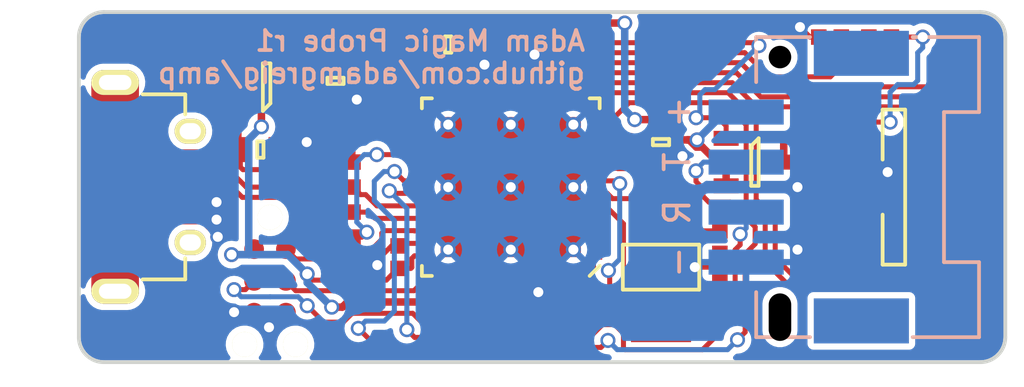
<source format=kicad_pcb>
(kicad_pcb (version 20221018) (generator pcbnew)
  (layers (0 "F.Cu" signal) (31 "B.Cu" signal) (34 "B.Paste" user) (35 "F.Paste" user) (36 "B.SilkS" user "B.Silkscreen") (37 "F.SilkS" user "F.Silkscreen") (38 "B.Mask" user) (39 "F.Mask" user) (44 "Edge.Cuts" user))
  (net 0 "")
  (net 1 "VDD")
  (net 2 "GND")
  (net 3 "Net-(C7-Pad2)")
  (net 4 "Net-(C8-Pad2)")
  (net 5 "Net-(C9-Pad2)")
  (net 6 "5v")
  (net 7 "/NRST")
  (net 8 "/RST")
  (net 9 "/TDI")
  (net 10 "/TMS")
  (net 11 "/TCK")
  (net 12 "/TDO")
  (net 13 "Net-(IC1-Pad19)")
  (net 14 "/VBUS")
  (net 15 "Net-(IC1-Pad29)")
  (net 16 "/TXD")
  (net 17 "/RXD")
  (net 18 "/SWDIO")
  (net 19 "/SWCLK")
  (net 20 "/USB_D-")
  (net 21 "/USB_D+")
  (net 22 "/TPWR")
  (net 23 "/STM32_D-")
  (net 24 "/STM32_D+")
  (footprint "agg:0603" (layer "F.Cu") (at 114.75 94.3 180)
    (fp_text reference "C1")
    (fp_text value "4µ7")
  )
  (footprint "agg:0603" (layer "F.Cu") (at 123.25 98.2 90)
    (fp_text reference "C2")
    (fp_text value "1µ")
  )
  (footprint "agg:0402" (layer "F.Cu") (at 114.75 95.5 180)
    (fp_text reference "C3")
    (fp_text value "100n")
  )
  (footprint "agg:0402" (layer "F.Cu") (at 119.75 104.5)
    (fp_text reference "C4")
    (fp_text value "100n")
  )
  (footprint "agg:0402" (layer "F.Cu") (at 112.75 102.8 -90)
    (fp_text reference "C5")
    (fp_text value "100n")
  )
  (footprint "agg:0402" (layer "F.Cu") (at 121.8 98.6 90)
    (fp_text reference "C6")
    (fp_text value "10n")
  )
  (footprint "agg:0402" (layer "F.Cu") (at 125.6 104.2 -90)
    (fp_text reference "C7")
    (fp_text value "15p")
  )
  (footprint "agg:0402" (layer "F.Cu") (at 117.5 95.1 -90)
    (fp_text reference "C8")
    (fp_text value "100n")
  )
  (footprint "agg:0402" (layer "F.Cu") (at 125.6 102.2 90)
    (fp_text reference "C9")
    (fp_text value "15p")
  )
  (footprint "agg:0603" (layer "F.Cu") (at 107.25 98.5 180)
    (fp_text reference "C10")
    (fp_text value "1µ")
  )
  (footprint "agg:0603" (layer "F.Cu") (at 110.25 95.75 90)
    (fp_text reference "C11")
    (fp_text value "1µ")
  )
  (footprint "agg:QFN-48-EP-ST" (layer "F.Cu") (at 117.25 100 180)
    (fp_text reference "IC1")
    (fp_text value "STM32F103CBU6")
  )
  (footprint "agg:SOT-23" (layer "F.Cu") (at 107.5 96 180)
    (fp_text reference "IC2")
    (fp_text value "MCP1700")
  )
  (footprint "agg:MICROUSB_MOLEX_47589-0001" (layer "F.Cu") (at 101.45 99.99 -90)
    (fp_text reference "J2")
    (fp_text value "MICROUSB")
  )
  (footprint "agg:TC2030-NL" (layer "F.Cu") (at 107.64 103.75 -90)
    (fp_text reference "P1")
    (fp_text value "SWD_TC")
  )
  (footprint "agg:SOT-23" (layer "F.Cu") (at 127 99)
    (fp_text reference "Q1")
    (fp_text value "FDV304P")
  )
  (footprint "agg:0402" (layer "F.Cu") (at 110.5 99 180)
    (fp_text reference "R1")
    (fp_text value "4k7")
  )
  (footprint "agg:0402" (layer "F.Cu") (at 110.5 98)
    (fp_text reference "R2")
    (fp_text value "10k")
  )
  (footprint "agg:0402" (layer "F.Cu") (at 110.5 102 180)
    (fp_text reference "R3")
    (fp_text value "1k5")
  )
  (footprint "agg:0402" (layer "F.Cu") (at 110.5 100 180)
    (fp_text reference "R4")
    (fp_text value "22")
  )
  (footprint "agg:0402" (layer "F.Cu") (at 110.5 101 180)
    (fp_text reference "R5")
    (fp_text value "22")
  )
  (footprint "agg:0402" (layer "F.Cu") (at 132 94)
    (fp_text reference "R6")
    (fp_text value "4k7")
  )
  (footprint "agg:0402" (layer "F.Cu") (at 130 94)
    (fp_text reference "R7")
    (fp_text value "10k")
  )
  (footprint "agg:XTAL-50x32" (layer "F.Cu") (at 123.25 103.2 90)
    (fp_text reference "Y1")
    (fp_text value "8MHz")
  )
  (footprint "agg:FTSH-105-01-L-DV-K" (layer "F.Cu") (at 132.5 100 -90)
    (fp_text reference "P2")
    (fp_text value "SWD")
  )
  (footprint "agg:SM04B-PASS" (layer "B.Cu") (at 128 100 90)
    (fp_text reference "J1")
    (fp_text value "SERIAL")
  )
  (gr_line (start 100 106) (end 100 94) (stroke (width 0.15)) (layer "Edge.Cuts"))
  (gr_line (start 101 93) (end 136 93) (stroke (width 0.15)) (layer "Edge.Cuts"))
  (gr_arc (start 101 107) (mid 100.292893 106.707107) (end 100 106) (stroke (width 0.15)) (layer "Edge.Cuts"))
  (gr_arc (start 100 94) (mid 100.292893 93.292893) (end 101 93) (stroke (width 0.15)) (layer "Edge.Cuts"))
  (gr_arc (start 137 106) (mid 136.707107 106.707107) (end 136 107) (stroke (width 0.15)) (layer "Edge.Cuts"))
  (gr_line (start 136 107) (end 101 107) (stroke (width 0.15)) (layer "Edge.Cuts"))
  (gr_arc (start 136 93) (mid 136.707107 93.292893) (end 137 94) (stroke (width 0.15)) (layer "Edge.Cuts"))
  (gr_line (start 137 94) (end 137 106) (stroke (width 0.15)) (layer "Edge.Cuts"))
  (gr_text "AMP r1 2016-01-01" (at 101 93.8) (layer "F.Cu") (effects (font (size 0.7 0.7)) (justify left)))
  (gr_text "T" (at 123.9 99 90) (layer "B.SilkS") (effects (font (size 1 1)) (justify mirror)))
  (gr_text "R" (at 123.9 101 90) (layer "B.SilkS") (effects (font (size 1 1)) (justify mirror)))
  (gr_text "-" (at 123.9 103 90) (layer "B.SilkS") (effects (font (size 1 1)) (justify mirror)))
  (gr_text "+" (at 123.9 97 90) (layer "B.SilkS") (effects (font (size 1 1)) (justify mirror)))
  (gr_text "Adam Magic Probe r1\ngithub.com/adamgreig/amp" (at 120.3 94.8) (layer "B.SilkS") (effects (font (size 0.8 0.8)) (justify left mirror)))
  (segment (start 113.4 102.75) (end 113.3 102.85) (width 0.2) (layer "F.Cu") (net 1))
  (segment (start 124.373778 98.111776) (end 124.3 98.111776) (width 0.3) (layer "F.Cu") (net 1))
  (segment (start 109.364414 103.718273) (end 109.119645 103.473504) (width 0.2) (layer "F.Cu") (net 1))
  (segment (start 120.549992 103.175008) (end 120.549992 102.825008) (width 0.2) (layer "F.Cu") (net 1))
  (segment (start 113.3 103.21) (end 113.26 103.25) (width 0.2) (layer "F.Cu") (net 1))
  (segment (start 120.049999 105.160001) (end 116.5 105.160001) (width 0.3) (layer "F.Cu") (net 1))
  (segment (start 120 104.3) (end 120.2 104.5) (width 0.2) (layer "F.Cu") (net 1))
  (segment (start 114.5 95.7) (end 114.3 95.5) (width 0.2) (layer "F.Cu") (net 1))
  (segment (start 114.3 95.5) (end 114.3 94.65) (width 0.3) (layer "F.Cu") (net 1))
  (segment (start 113.875 102.75) (end 113.4 102.75) (width 0.2) (layer "F.Cu") (net 1))
  (segment (start 124.9 98.4) (end 124.688224 98.188224) (width 0.3) (layer "F.Cu") (net 1))
  (segment (start 124.688224 98.111776) (end 124.3 98.111776) (width 0.3) (layer "F.Cu") (net 1))
  (segment (start 124.3 98.111776) (end 123.961776 98.111776) (width 0.3) (layer "F.Cu") (net 1))
  (segment (start 116.5 105.160001) (end 114.084413 105.160001) (width 0.3) (layer "F.Cu") (net 1))
  (segment (start 108.65 95.05) (end 110.15 95.05) (width 0.3) (layer "F.Cu") (net 1))
  (segment (start 116.5 103.375) (end 116.5 105.160001) (width 0.25) (layer "F.Cu") (net 1))
  (segment (start 113.95 94.3) (end 113.95 94.275) (width 0.3) (layer "F.Cu") (net 1))
  (segment (start 121.1 98.75) (end 120.625 98.75) (width 0.2) (layer "F.Cu") (net 1))
  (segment (start 120.2 105.01) (end 120.049999 105.160001) (width 0.3) (layer "F.Cu") (net 1))
  (segment (start 121.200001 98.239999) (end 121.200001 98.649999) (width 0.2) (layer "F.Cu") (net 1))
  (segment (start 110.15 95.05) (end 110.25 94.95) (width 0.2) (layer "F.Cu") (net 1))
  (segment (start 114.5 96.625) (end 114.5 95.7) (width 0.2) (layer "F.Cu") (net 1))
  (segment (start 114.3 94.65) (end 113.95 94.3) (width 0.3) (layer "F.Cu") (net 1))
  (segment (start 112.75 103.25) (end 112.281727 103.718273) (width 0.2) (layer "F.Cu") (net 1))
  (segment (start 113.3 94.95) (end 113.95 94.3) (width 0.3) (layer "F.Cu") (net 1))
  (segment (start 110.524264 104.8) (end 110.1 104.8) (width 0.3) (layer "F.Cu") (net 1))
  (segment (start 121.29 98.15) (end 121.200001 98.239999) (width 0.2) (layer "F.Cu") (net 1))
  (segment (start 125.85 99.35) (end 124.9 98.4) (width 0.3) (layer "F.Cu") (net 1))
  (segment (start 120 103.375) (end 120 104.3) (width 0.2) (layer "F.Cu") (net 1))
  (segment (start 121.6 98.25) (end 121.75 98.25) (width 0.2) (layer "F.Cu") (net 1))
  (segment (start 120.549992 102.825008) (end 120.625 102.75) (width 0.2) (layer "F.Cu") (net 1))
  (segment (start 121.200001 98.649999) (end 121.1 98.75) (width 0.2) (layer "F.Cu") (net 1))
  (segment (start 106.78 102.7) (end 107 102.48) (width 0.2) (layer "F.Cu") (net 1))
  (segment (start 124.662002 98.4) (end 124.373778 98.111776) (width 0.3) (layer "F.Cu") (net 1))
  (segment (start 120.2 104.5) (end 120.2 105.01) (width 0.3) (layer "F.Cu") (net 1))
  (segment (start 113.3 102.85) (end 113.3 103.21) (width 0.2) (layer "F.Cu") (net 1))
  (segment (start 113.95 94.275) (end 114.785011 93.439989) (width 0.3) (layer "F.Cu") (net 1))
  (segment (start 107.291735 96.208265) (end 107.291735 97.587978) (width 0.3) (layer "F.Cu") (net 1))
  (segment (start 114.084413 105.160001) (end 113.51792 104.593508) (width 0.3) (layer "F.Cu") (net 1))
  (segment (start 120.35 103.375) (end 120.549992 103.175008) (width 0.2) (layer "F.Cu") (net 1))
  (segment (start 112.281727 103.718273) (end 109.364414 103.718273) (width 0.2) (layer "F.Cu") (net 1))
  (segment (start 113.51792 104.593508) (end 110.730756 104.593508) (width 0.3) (layer "F.Cu") (net 1))
  (segment (start 110.730756 104.593508) (end 110.524264 104.8) (width 0.3) (layer "F.Cu") (net 1))
  (segment (start 123.961776 98.111776) (end 123.25 97.4) (width 0.3) (layer "F.Cu") (net 1))
  (segment (start 114.785011 93.439989) (end 121.8 93.439989) (width 0.3) (layer "F.Cu") (net 1))
  (segment (start 108.65 95.05) (end 108.45 95.05) (width 0.3) (layer "F.Cu") (net 1))
  (segment (start 123.15 97.3) (end 123.25 97.4) (width 0.3) (layer "F.Cu") (net 1))
  (segment (start 110.25 94.95) (end 113.3 94.95) (width 0.3) (layer "F.Cu") (net 1))
  (segment (start 106.1 102.7) (end 106.78 102.7) (width 0.2) (layer "F.Cu") (net 1))
  (segment (start 124.9 98.4) (end 124.662002 98.4) (width 0.3) (layer "F.Cu") (net 1))
  (segment (start 113.26 103.25) (end 112.75 103.25) (width 0.2) (layer "F.Cu") (net 1))
  (segment (start 124.688224 98.188224) (end 124.688224 98.111776) (width 0.3) (layer "F.Cu") (net 1))
  (segment (start 108.45 95.05) (end 107.291735 96.208265) (width 0.3) (layer "F.Cu") (net 1))
  (segment (start 122.4 98.25) (end 123.25 97.4) (width 0.2) (layer "F.Cu") (net 1))
  (segment (start 120.2 105.01) (end 120.099999 105.110001) (width 0.3) (layer "F.Cu") (net 1))
  (segment (start 125.85 99.95) (end 125.85 99.35) (width 0.3) (layer "F.Cu") (net 1))
  (segment (start 120 103.375) (end 120.35 103.375) (width 0.2) (layer "F.Cu") (net 1))
  (segment (start 122.2 97.3) (end 123.15 97.3) (width 0.3) (layer "F.Cu") (net 1))
  (segment (start 121.75 98.25) (end 122.4 98.25) (width 0.2) (layer "F.Cu") (net 1))
  (segment (start 121.8 98.15) (end 121.29 98.15) (width 0.2) (layer "F.Cu") (net 1))
  (via (at 124.688224 98.111776) (size 0.6) (drill 0.4) (layers "F.Cu" "B.Cu") (net 1))
  (via (at 109.119645 103.473504) (size 0.6) (drill 0.4) (layers "F.Cu" "B.Cu") (net 1))
  (via (at 106.1 102.7) (size 0.6) (drill 0.4) (layers "F.Cu" "B.Cu") (net 1))
  (via (at 107.291735 97.587978) (size 0.6) (drill 0.4) (layers "F.Cu" "B.Cu") (net 1))
  (via (at 121.8 93.439989) (size 0.6) (drill 0.4) (layers "F.Cu" "B.Cu") (net 1))
  (via (at 122.2 97.3) (size 0.6) (drill 0.4) (layers "F.Cu" "B.Cu") (net 1))
  (via (at 110.1 104.8) (size 0.6) (drill 0.4) (layers "F.Cu" "B.Cu") (net 1))
  (segment (start 121.8 96.9) (end 122.2 97.3) (width 0.3) (layer "B.Cu") (net 1))
  (segment (start 106.784999 102.684999) (end 106.8 102.7) (width 0.3) (layer "B.Cu") (net 1))
  (segment (start 109.119645 103.819645) (end 110.1 104.8) (width 0.3) (layer "B.Cu") (net 1))
  (segment (start 109.119645 103.473504) (end 109.119645 103.819645) (width 0.3) (layer "B.Cu") (net 1))
  (segment (start 106.784999 98.094714) (end 106.784999 102.684999) (width 0.3) (layer "B.Cu") (net 1))
  (segment (start 108.346141 102.7) (end 106.8 102.7) (width 0.3) (layer "B.Cu") (net 1))
  (segment (start 125.8 97) (end 124.688224 98.111776) (width 0.3) (layer "B.Cu") (net 1))
  (segment (start 106.8 102.7) (end 106.1 102.7) (width 0.3) (layer "B.Cu") (net 1))
  (segment (start 109.119645 103.473504) (end 108.346141 102.7) (width 0.3) (layer "B.Cu") (net 1))
  (segment (start 121.8 93.439989) (end 121.8 96.9) (width 0.3) (layer "B.Cu") (net 1))
  (segment (start 107.291735 97.587978) (end 106.784999 98.094714) (width 0.3) (layer "B.Cu") (net 1))
  (segment (start 126.65 97) (end 125.8 97) (width 0.3) (layer "B.Cu") (net 1))
  (segment (start 108.65 96.95) (end 109.85 96.95) (width 0.3) (layer "F.Cu") (net 2))
  (segment (start 104.81 101.29) (end 105.1 101) (width 0.2) (layer "F.Cu") (net 2))
  (segment (start 115.2 94.65) (end 115.55 94.3) (width 0.3) (layer "F.Cu") (net 2))
  (segment (start 130.465 98.73) (end 132.06 98.73) (width 0.2) (layer "F.Cu") (net 2))
  (segment (start 108.65 96.95) (end 108.65 97.9) (width 0.3) (layer "F.Cu") (net 2))
  (segment (start 104.125 101.29) (end 104.850444 101.29) (width 0.2) (layer "F.Cu") (net 2))
  (segment (start 132.3 98.97) (end 132.3 99.4) (width 0.2) (layer "F.Cu") (net 2))
  (segment (start 105.2 100.9) (end 105.5 100.6) (width 0.2) (layer "F.Cu") (net 2))
  (segment (start 129.55 94) (end 129.2 94) (width 0.2) (layer "F.Cu") (net 2))
  (segment (start 111.05 96.55) (end 111.1 96.5) (width 0.2) (layer "F.Cu") (net 2))
  (segment (start 117.5 94.65) (end 118.15 94.65) (width 0.2) (layer "F.Cu") (net 2))
  (segment (start 105.1 101.460444) (end 105.060444 101.5) (width 0.2) (layer "F.Cu") (net 2))
  (segment (start 118.15 94.65) (end 118.2 94.7) (width 0.2) (layer "F.Cu") (net 2))
  (segment (start 105.2 100.9) (end 105.2 101.560444) (width 0.2) (layer "F.Cu") (net 2))
  (segment (start 115 95.7) (end 115.2 95.5) (width 0.2) (layer "F.Cu") (net 2))
  (segment (start 107.00966 105.02) (end 107.594458 105.604798) (width 0.2) (layer "F.Cu") (net 2))
  (segment (start 110.05 98) (end 110.05 96.75) (width 0.3) (layer "F.Cu") (net 2))
  (segment (start 105.49 101.29) (end 105.5 101.3) (width 0.2) (layer "F.Cu") (net 2))
  (segment (start 115 96.625) (end 115 95.7) (width 0.2) (layer "F.Cu") (net 2))
  (segment (start 120.625 99.25) (end 121.6 99.25) (width 0.2) (layer "F.Cu") (net 2))
  (segment (start 130.465 100) (end 128.7 100) (width 0.2) (layer "F.Cu") (net 2))
  (segment (start 109.85 96.95) (end 110.25 96.55) (width 0.2) (layer "F.Cu") (net 2))
  (segment (start 113.875 102.25) (end 112.85 102.25) (width 0.2) (layer "F.Cu") (net 2))
  (segment (start 132.3 99.4) (end 132.3 99.8) (width 0.2) (layer "F.Cu") (net 2))
  (segment (start 118 103.85) (end 118.35 104.2) (width 0.2) (layer "F.Cu") (net 2))
  (segment (start 105.060444 101.5) (end 105.160444 101.6) (width 0.2) (layer "F.Cu") (net 2))
  (segment (start 125.6 102.65) (end 125.6 103.2) (width 0.2) (layer "F.Cu") (net 2))
  (segment (start 108.8 98.5) (end 109.1 98.2) (width 0.3) (layer "F.Cu") (net 2))
  (segment (start 123.1 99.15) (end 123.25 99) (width 0.2) (layer "F.Cu") (net 2))
  (segment (start 121.65 99.25) (end 121.75 99.15) (width 0.2) (layer "F.Cu") (net 2))
  (segment (start 119.5 104.3) (end 119.3 104.5) (width 0.2) (layer "F.Cu") (net 2))
  (segment (start 104.850444 101.29) (end 105.060444 101.5) (width 0.2) (layer "F.Cu") (net 2))
  (segment (start 115.55 94.453494) (end 116.19999 95.103484) (width 0.3) (layer "F.Cu") (net 2))
  (segment (start 128.74 102.54) (end 128.7 102.5) (width 0.2) (layer "F.Cu") (net 2))
  (segment (start 107 105.02) (end 106.22 105.02) (width 0.2) (layer "F.Cu") (net 2))
  (segment (start 115.2 95.5) (end 115.2 94.65) (width 0.3) (layer "F.Cu") (net 2))
  (segment (start 121.6 99.25) (end 121.8 99.05) (width 0.2) (layer "F.Cu") (net 2))
  (segment (start 105.160444 101.6) (end 105.549045 101.988601) (width 0.2) (layer "F.Cu") (net 2))
  (segment (start 115.55 94.3) (end 115.55 94.453494) (width 0.3) (layer "F.Cu") (net 2))
  (segment (start 130.465 102.54) (end 128.74 102.54) (width 0.2) (layer "F.Cu") (net 2))
  (segment (start 119.5 103.375) (end 119.5 104.3) (width 0.2) (layer "F.Cu") (net 2))
  (segment (start 105.2 101.560444) (end 105.160444 101.6) (width 0.2) (layer "F.Cu") (net 2))
  (segment (start 108.65 97.9) (end 108.05 98.5) (width 0.3) (layer "F.Cu") (net 2))
  (segment (start 125.6 103.2) (end 124.6 103.2) (width 0.2) (layer "F.Cu") (net 2))
  (segment (start 132.06 98.73) (end 132.3 98.97) (width 0.2) (layer "F.Cu") (net 2))
  (segment (start 105.1 101) (end 105.2 100.9) (width 0.2) (layer "F.Cu") (net 2))
  (segment (start 104.125 101.29) (end 104.81 101.29) (width 0.2) (layer "F.Cu") (net 2))
  (segment (start 104.125 101.29) (end 105.49 101.29) (width 0.2) (layer "F.Cu") (net 2))
  (segment (start 110.25 96.55) (end 111.05 96.55) (width 0.3) (layer "F.Cu") (net 2))
  (segment (start 112.75 102.35) (end 112.489998 102.35) (width 0.2) (layer "F.Cu") (net 2))
  (segment (start 118.35 104.2) (end 118.65 104.5) (width 0.2) (layer "F.Cu") (net 2))
  (segment (start 111.918272 102.921726) (end 111.918272 103.118272) (width 0.2) (layer "F.Cu") (net 2))
  (segment (start 110.05 96.75) (end 110.25 96.55) (width 0.2) (layer "F.Cu") (net 2))
  (segment (start 121.75 99.15) (end 123.1 99.15) (width 0.2) (layer "F.Cu") (net 2))
  (segment (start 123.86722 99) (end 124.104985 98.762235) (width 0.3) (layer "F.Cu") (net 2))
  (segment (start 123.25 99) (end 123.86722 99) (width 0.3) (layer "F.Cu") (net 2))
  (segment (start 132.1 100) (end 130.465 100) (width 0.2) (layer "F.Cu") (net 2))
  (segment (start 112.489998 102.35) (end 111.918272 102.921726) (width 0.2) (layer "F.Cu") (net 2))
  (segment (start 118 103.375) (end 118 103.85) (width 0.2) (layer "F.Cu") (net 2))
  (segment (start 106.22 105.02) (end 106.2 105) (width 0.2) (layer "F.Cu") (net 2))
  (segment (start 118.65 104.5) (end 118.79 104.5) (width 0.2) (layer "F.Cu") (net 2))
  (segment (start 108.05 98.5) (end 108.8 98.5) (width 0.3) (layer "F.Cu") (net 2))
  (segment (start 125.6 103.2) (end 125.6 103.75) (width 0.2) (layer "F.Cu") (net 2))
  (segment (start 105.1 101) (end 105.1 101.460444) (width 0.2) (layer "F.Cu") (net 2))
  (segment (start 129.2 94) (end 128.8 93.6) (width 0.2) (layer "F.Cu") (net 2))
  (segment (start 112.85 102.25) (end 112.75 102.35) (width 0.2) (layer "F.Cu") (net 2))
  (segment (start 118.79 104.5) (end 119.3 104.5) (width 0.2) (layer "F.Cu") (net 2))
  (segment (start 107 105.02) (end 107.00966 105.02) (width 0.2) (layer "F.Cu") (net 2))
  (segment (start 132.3 99.8) (end 132.1 100) (width 0.2) (layer "F.Cu") (net 2))
  (via (at 105.549045 101.988601) (size 0.6) (drill 0.4) (layers "F.Cu" "B.Cu") (net 2))
  (via (at 128.7 102.5) (size 0.6) (drill 0.4) (layers "F.Cu" "B.Cu") (net 2))
  (via (at 124.104985 98.762235) (size 0.6) (drill 0.4) (layers "F.Cu" "B.Cu") (net 2))
  (via (at 118.35 104.2) (size 0.6) (drill 0.4) (layers "F.Cu" "B.Cu") (net 2))
  (via (at 107.594458 105.604798) (size 0.6) (drill 0.4) (layers "F.Cu" "B.Cu") (net 2))
  (via (at 132.3 99.4) (size 0.6) (drill 0.4) (layers "F.Cu" "B.Cu") (net 2))
  (via (at 111.1 96.5) (size 0.6) (drill 0.4) (layers "F.Cu" "B.Cu") (net 2))
  (via (at 128.8 93.6) (size 0.6) (drill 0.4) (layers "F.Cu" "B.Cu") (net 2))
  (via (at 128.7 100) (size 0.6) (drill 0.4) (layers "F.Cu" "B.Cu") (net 2))
  (via (at 105.5 101.3) (size 0.6) (drill 0.4) (layers "F.Cu" "B.Cu") (net 2))
  (via (at 116.19999 95.103484) (size 0.6) (drill 0.4) (layers "F.Cu" "B.Cu") (net 2))
  (via (at 109.1 98.2) (size 0.6) (drill 0.4) (layers "F.Cu" "B.Cu") (net 2))
  (via (at 118.2 94.7) (size 0.6) (drill 0.4) (layers "F.Cu" "B.Cu") (net 2))
  (via (at 124.6 103.2) (size 0.6) (drill 0.4) (layers "F.Cu" "B.Cu") (net 2))
  (via (at 106.2 105) (size 0.6) (drill 0.4) (layers "F.Cu" "B.Cu") (net 2))
  (via (at 111.918272 103.118272) (size 0.6) (drill 0.4) (layers "F.Cu" "B.Cu") (net 2))
  (via (at 105.5 100.6) (size 0.6) (drill 0.4) (layers "F.Cu" "B.Cu") (net 2))
  (segment (start 126.65 103) (end 127.65 103) (width 0.3) (layer "B.Cu") (net 2))
  (segment (start 125.6 104.65) (end 123.85 104.65) (width 0.2) (layer "F.Cu") (net 3))
  (segment (start 121.749999 101.463702) (end 121.749999 104.049999) (width 0.2) (layer "F.Cu") (net 3))
  (segment (start 121.036297 100.75) (end 121.749999 101.463702) (width 0.2) (layer "F.Cu") (net 3))
  (segment (start 121.749999 104.049999) (end 122.95 105.25) (width 0.2) (layer "F.Cu") (net 3))
  (segment (start 123 105.25) (end 123.25 105.25) (width 0.2) (layer "F.Cu") (net 3))
  (segment (start 123.85 104.65) (end 123.25 105.25) (width 0.2) (layer "F.Cu") (net 3))
  (segment (start 120.625 100.75) (end 121.036297 100.75) (width 0.2) (layer "F.Cu") (net 3))
  (segment (start 122.95 105.25) (end 123.25 105.25) (width 0.2) (layer "F.Cu") (net 3))
  (segment (start 123.25 105.25) (end 122.903701 105.25) (width 0.2) (layer "F.Cu") (net 3))
  (segment (start 119.327955 94.624949) (end 126.593445 94.624949) (width 0.2) (layer "F.Cu") (net 4))
  (segment (start 130.45 94) (end 131.55 94) (width 0.2) (layer "F.Cu") (net 4))
  (segment (start 117.5 95.55) (end 118.402905 95.55) (width 0.2) (layer "F.Cu") (net 4))
  (segment (start 117.5 96.625) (end 117.5 95.55) (width 0.2) (layer "F.Cu") (net 4))
  (segment (start 127.558464 95.589969) (end 130.010031 95.589969) (width 0.2) (layer "F.Cu") (net 4))
  (segment (start 130.010031 95.589969) (end 130.45 95.15) (width 0.2) (layer "F.Cu") (net 4))
  (segment (start 126.593445 94.624949) (end 127.558464 95.589969) (width 0.2) (layer "F.Cu") (net 4))
  (segment (start 118.402905 95.55) (end 119.327955 94.624949) (width 0.2) (layer "F.Cu") (net 4))
  (segment (start 130.45 95.15) (end 130.45 94) (width 0.2) (layer "F.Cu") (net 4))
  (segment (start 123.85 101.75) (end 123.25 101.15) (width 0.2) (layer "F.Cu") (net 5))
  (segment (start 120.625 100.25) (end 121.101996 100.25) (width 0.2) (layer "F.Cu") (net 5))
  (segment (start 123.25 101.15) (end 122.95 101.15) (width 0.2) (layer "F.Cu") (net 5))
  (segment (start 121.311999 100.460003) (end 122.560003 100.460003) (width 0.2) (layer "F.Cu") (net 5))
  (segment (start 122.55 100.45) (end 123.25 101.15) (width 0.2) (layer "F.Cu") (net 5))
  (segment (start 125.6 101.75) (end 123.85 101.75) (width 0.2) (layer "F.Cu") (net 5))
  (segment (start 122.560003 100.460003) (end 123.25 101.15) (width 0.2) (layer "F.Cu") (net 5))
  (segment (start 121.101996 100.25) (end 121.311999 100.460003) (width 0.2) (layer "F.Cu") (net 5))
  (segment (start 106.35 96) (end 106.35 98.4) (width 0.3) (layer "F.Cu") (net 6))
  (segment (start 106.45 98.5) (end 106.45 99.2) (width 0.2) (layer "F.Cu") (net 6))
  (segment (start 104.125 98.69) (end 106.26 98.69) (width 0.3) (layer "F.Cu") (net 6))
  (segment (start 106.25 98.7) (end 106.45 98.5) (width 0.2) (layer "F.Cu") (net 6))
  (segment (start 106.26 98.69) (end 106.45 98.5) (width 0.3) (layer "F.Cu") (net 6))
  (segment (start 106.35 98.4) (end 106.45 98.5) (width 0.2) (layer "F.Cu") (net 6))
  (segment (start 109.54 99) (end 110.05 99) (width 0.2) (layer "F.Cu") (net 6))
  (segment (start 106.45 99.2) (end 106.550001 99.300001) (width 0.2) (layer "F.Cu") (net 6))
  (segment (start 109.239999 99.300001) (end 109.54 99) (width 0.2) (layer "F.Cu") (net 6))
  (segment (start 106.550001 99.300001) (end 109.239999 99.300001) (width 0.2) (layer "F.Cu") (net 6))
  (segment (start 121.489998 99.75) (end 121.6 99.860002) (width 0.2) (layer "F.Cu") (net 7))
  (segment (start 113.898013 105.610011) (end 113.335296 105.047294) (width 0.2) (layer "F.Cu") (net 7))
  (segment (start 109.776141 105.400001) (end 109.119645 104.743505) (width 0.2) (layer "F.Cu") (net 7))
  (segment (start 106.2 104.1) (end 106.65 104.1) (width 0.2) (layer "F.Cu") (net 7))
  (segment (start 110.92093 105.047294) (end 110.917155 105.043519) (width 0.2) (layer "F.Cu") (net 7))
  (segment (start 113.335296 105.047294) (end 110.92093 105.047294) (width 0.2) (layer "F.Cu") (net 7))
  (segment (start 121.2 103.383026) (end 121.2 104.64641) (width 0.2) (layer "F.Cu") (net 7))
  (segment (start 120.236399 105.610011) (end 113.898013 105.610011) (width 0.2) (layer "F.Cu") (net 7))
  (segment (start 121.149993 103.333019) (end 121.2 103.383026) (width 0.2) (layer "F.Cu") (net 7))
  (segment (start 121.2 104.64641) (end 120.236399 105.610011) (width 0.2) (layer "F.Cu") (net 7))
  (segment (start 106.65 104.1) (end 107 103.75) (width 0.2) (layer "F.Cu") (net 7))
  (segment (start 107 103.75) (end 107.006415 103.75) (width 0.2) (layer "F.Cu") (net 7))
  (segment (start 110.917155 105.043519) (end 110.560673 105.400001) (width 0.2) (layer "F.Cu") (net 7))
  (segment (start 110.560673 105.400001) (end 109.776141 105.400001) (width 0.2) (layer "F.Cu") (net 7))
  (segment (start 120.625 99.75) (end 121.489998 99.75) (width 0.2) (layer "F.Cu") (net 7))
  (via (at 121.6 99.860002) (size 0.6) (drill 0.4) (layers "F.Cu" "B.Cu") (net 7))
  (via (at 109.119645 104.743505) (size 0.6) (drill 0.4) (layers "F.Cu" "B.Cu") (net 7))
  (via (at 106.2 104.1) (size 0.6) (drill 0.4) (layers "F.Cu" "B.Cu") (net 7))
  (via (at 121.149993 103.333019) (size 0.6) (drill 0.4) (layers "F.Cu" "B.Cu") (net 7))
  (segment (start 108.76114 104.385) (end 109.119645 104.743505) (width 0.2) (layer "B.Cu") (net 7))
  (segment (start 107.641415 104.385) (end 106.485 104.385) (width 0.2) (layer "B.Cu") (net 7))
  (segment (start 107.641415 104.385) (end 108.76114 104.385) (width 0.2) (layer "B.Cu") (net 7))
  (segment (start 121.6 102.883012) (end 121.149993 103.333019) (width 0.2) (layer "B.Cu") (net 7))
  (segment (start 106.485 104.385) (end 106.2 104.1) (width 0.2) (layer "B.Cu") (net 7))
  (segment (start 121.6 99.860002) (end 121.6 102.883012) (width 0.2) (layer "B.Cu") (net 7))
  (segment (start 126.650001 97.509999) (end 126.650001 100.667266) (width 0.2) (layer "F.Cu") (net 8))
  (segment (start 127.410013 102.989987) (end 128.320026 103.9) (width 0.2) (layer "F.Cu") (net 8))
  (segment (start 132.2 103.9) (end 133.56 102.54) (width 0.2) (layer "F.Cu") (net 8))
  (segment (start 127.410013 101.427277) (end 127.410013 102.989987) (width 0.2) (layer "F.Cu") (net 8))
  (segment (start 120.625 97.25) (end 121.35 97.25) (width 0.2) (layer "F.Cu") (net 8))
  (segment (start 133.56 102.54) (end 134.535 102.54) (width 0.2) (layer "F.Cu") (net 8))
  (segment (start 121.975001 96.624999) (end 125.765001 96.624999) (width 0.2) (layer "F.Cu") (net 8))
  (segment (start 121.35 97.25) (end 121.975001 96.624999) (width 0.2) (layer "F.Cu") (net 8))
  (segment (start 125.765001 96.624999) (end 126.650001 97.509999) (width 0.2) (layer "F.Cu") (net 8))
  (segment (start 126.650001 100.667266) (end 127.410013 101.427277) (width 0.2) (layer "F.Cu") (net 8))
  (segment (start 128.320026 103.9) (end 132.2 103.9) (width 0.2) (layer "F.Cu") (net 8))
  (segment (start 133.51 101.27) (end 134.535 101.27) (width 0.2) (layer "F.Cu") (net 9))
  (segment (start 132.839999 101.940001) (end 133.51 101.27) (width 0.2) (layer "F.Cu") (net 9))
  (segment (start 131.810012 103.49999) (end 132.839999 102.470003) (width 0.2) (layer "F.Cu") (net 9))
  (segment (start 120 96.625) (end 120 96.3) (width 0.2) (layer "F.Cu") (net 9))
  (segment (start 128.485714 103.49999) (end 131.810012 103.49999) (width 0.2) (layer "F.Cu") (net 9))
  (segment (start 120.075011 96.224989) (end 125.93069 96.224989) (width 0.2) (layer "F.Cu") (net 9))
  (segment (start 127.050011 100.501577) (end 127.810023 101.261588) (width 0.2) (layer "F.Cu") (net 9))
  (segment (start 127.810023 102.824299) (end 128.485714 103.49999) (width 0.2) (layer "F.Cu") (net 9))
  (segment (start 132.839999 102.470003) (end 132.839999 101.940001) (width 0.2) (layer "F.Cu") (net 9))
  (segment (start 127.810023 101.261588) (end 127.810023 102.824299) (width 0.2) (layer "F.Cu") (net 9))
  (segment (start 127.050011 97.34431) (end 127.050011 100.501577) (width 0.2) (layer "F.Cu") (net 9))
  (segment (start 125.93069 96.224989) (end 127.050011 97.34431) (width 0.2) (layer "F.Cu") (net 9))
  (segment (start 120 96.3) (end 120.075011 96.224989) (width 0.2) (layer "F.Cu") (net 9))
  (segment (start 132.399999 96.799999) (end 132.849999 96.799999) (width 0.2) (layer "F.Cu") (net 10))
  (segment (start 119.835019 95.824979) (end 126.096378 95.824979) (width 0.2) (layer "F.Cu") (net 10))
  (segment (start 132.849999 96.799999) (end 133.51 97.46) (width 0.2) (layer "F.Cu") (net 10))
  (segment (start 133.51 97.46) (end 134.535 97.46) (width 0.2) (layer "F.Cu") (net 10))
  (segment (start 119.5 96.625) (end 119.5 96.159998) (width 0.2) (layer "F.Cu") (net 10))
  (segment (start 127.061398 96.789999) (end 132.389999 96.789999) (width 0.2) (layer "F.Cu") (net 10))
  (segment (start 119.5 96.159998) (end 119.835019 95.824979) (width 0.2) (layer "F.Cu") (net 10))
  (segment (start 132.389999 96.789999) (end 132.399999 96.799999) (width 0.2) (layer "F.Cu") (net 10))
  (segment (start 126.096378 95.824979) (end 127.061398 96.789999) (width 0.2) (layer "F.Cu") (net 10))
  (segment (start 135.56 98.73) (end 134.535 98.73) (width 0.2) (layer "F.Cu") (net 11))
  (segment (start 126.262067 95.424969) (end 127.227087 96.389989) (width 0.2) (layer "F.Cu") (net 11))
  (segment (start 119 96.084302) (end 119.659331 95.424971) (width 0.2) (layer "F.Cu") (net 11))
  (segment (start 135.769991 96.389989) (end 136.230001 96.849999) (width 0.2) (layer "F.Cu") (net 11))
  (segment (start 119.669328 95.424971) (end 119.66933 95.424969) (width 0.2) (layer "F.Cu") (net 11))
  (segment (start 119.659331 95.424971) (end 119.669328 95.424971) (width 0.2) (layer "F.Cu") (net 11))
  (segment (start 136.230001 96.849999) (end 136.230001 98.059999) (width 0.2) (layer "F.Cu") (net 11))
  (segment (start 119 96.625) (end 119 96.084302) (width 0.2) (layer "F.Cu") (net 11))
  (segment (start 127.227087 96.389989) (end 135.769991 96.389989) (width 0.2) (layer "F.Cu") (net 11))
  (segment (start 136.230001 98.059999) (end 135.56 98.73) (width 0.2) (layer "F.Cu") (net 11))
  (segment (start 119.66933 95.424969) (end 126.262067 95.424969) (width 0.2) (layer "F.Cu") (net 11))
  (segment (start 136.630011 98.929989) (end 135.56 100) (width 0.2) (layer "F.Cu") (net 12))
  (segment (start 127.392776 95.989979) (end 135.93568 95.989979) (width 0.2) (layer "F.Cu") (net 12))
  (segment (start 118.5 96.625) (end 118.5 96.018603) (width 0.2) (layer "F.Cu") (net 12))
  (segment (start 119.493644 95.024959) (end 126.427756 95.024959) (width 0.2) (layer "F.Cu") (net 12))
  (segment (start 126.427756 95.024959) (end 127.392776 95.989979) (width 0.2) (layer "F.Cu") (net 12))
  (segment (start 135.56 100) (end 134.535 100) (width 0.2) (layer "F.Cu") (net 12))
  (segment (start 136.630011 96.68431) (end 136.630011 98.929989) (width 0.2) (layer "F.Cu") (net 12))
  (segment (start 118.5 96.018603) (end 119.493644 95.024959) (width 0.2) (layer "F.Cu") (net 12))
  (segment (start 135.93568 95.989979) (end 136.630011 96.68431) (width 0.2) (layer "F.Cu") (net 12))
  (segment (start 117 96.15) (end 116.8 95.95) (width 0.2) (layer "F.Cu") (net 13))
  (segment (start 119.039999 94.039999) (end 119.224939 94.224939) (width 0.2) (layer "F.Cu") (net 13))
  (segment (start 127.041977 94.224939) (end 127.158519 94.341481) (width 0.2) (layer "F.Cu") (net 13))
  (segment (start 119.224939 94.224939) (end 126 94.224939) (width 0.2) (layer "F.Cu") (net 13))
  (segment (start 116.8 94.189998) (end 116.949999 94.039999) (width 0.2) (layer "F.Cu") (net 13))
  (segment (start 126 94.224939) (end 127.041977 94.224939) (width 0.2) (layer "F.Cu") (net 13))
  (segment (start 116.8 95.95) (end 116.8 94.189998) (width 0.2) (layer "F.Cu") (net 13))
  (segment (start 125.525009 97.225009) (end 125.85 97.55) (width 0.2) (layer "F.Cu") (net 13))
  (segment (start 124.649998 97.225009) (end 125.525009 97.225009) (width 0.2) (layer "F.Cu") (net 13))
  (segment (start 116.949999 94.039999) (end 119.039999 94.039999) (width 0.2) (layer "F.Cu") (net 13))
  (segment (start 125.85 97.55) (end 125.85 98.05) (width 0.2) (layer "F.Cu") (net 13))
  (segment (start 117 96.625) (end 117 96.15) (width 0.2) (layer "F.Cu") (net 13))
  (via (at 124.649998 97.225009) (size 0.6) (drill 0.4) (layers "F.Cu" "B.Cu") (net 13))
  (via (at 127.158519 94.341481) (size 0.6) (drill 0.4) (layers "F.Cu" "B.Cu") (net 13))
  (segment (start 125.009998 96.1) (end 124.8 96.309998) (width 0.2) (layer "B.Cu") (net 13))
  (segment (start 125.4 96.1) (end 125.009998 96.1) (width 0.2) (layer "B.Cu") (net 13))
  (segment (start 124.8 96.309998) (end 124.8 97.075007) (width 0.2) (layer "B.Cu") (net 13))
  (segment (start 127.158519 94.341481) (end 125.4 96.1) (width 0.2) (layer "B.Cu") (net 13))
  (segment (start 124.8 97.075007) (end 124.649998 97.225009) (width 0.2) (layer "B.Cu") (net 13))
  (segment (start 110.95 99) (end 110.95 98) (width 0.2) (layer "F.Cu") (net 14))
  (segment (start 111.2 97.75) (end 110.95 98) (width 0.2) (layer "F.Cu") (net 14))
  (segment (start 113.875 97.75) (end 111.2 97.75) (width 0.2) (layer "F.Cu") (net 14))
  (segment (start 111.3 102) (end 111.5 101.8) (width 0.2) (layer "F.Cu") (net 15))
  (segment (start 112.85 98.7) (end 111.9 98.7) (width 0.2) (layer "F.Cu") (net 15))
  (segment (start 113.875 99.25) (end 113.4 99.25) (width 0.2) (layer "F.Cu") (net 15))
  (segment (start 110.95 102) (end 111.3 102) (width 0.2) (layer "F.Cu") (net 15))
  (segment (start 113.4 99.25) (end 112.85 98.7) (width 0.2) (layer "F.Cu") (net 15))
  (via (at 111.5 101.8) (size 0.6) (drill 0.4) (layers "F.Cu" "B.Cu") (net 15))
  (via (at 111.9 98.7) (size 0.6) (drill 0.4) (layers "F.Cu" "B.Cu") (net 15))
  (segment (start 111.1 99.2) (end 111.1 99) (width 0.2) (layer "B.Cu") (net 15))
  (segment (start 111.1 101.4) (end 111.1 99.2) (width 0.2) (layer "B.Cu") (net 15))
  (segment (start 111.5 101.8) (end 111.1 101.4) (width 0.2) (layer "B.Cu") (net 15))
  (segment (start 111.4 98.7) (end 111.9 98.7) (width 0.2) (layer "B.Cu") (net 15))
  (segment (start 111.1 99) (end 111.4 98.7) (width 0.2) (layer "B.Cu") (net 15))
  (segment (start 126.610011 105.798533) (end 126.610011 102.670921) (width 0.2) (layer "F.Cu") (net 16))
  (segment (start 121.130325 106.130325) (end 120.850619 106.410031) (width 0.2) (layer "F.Cu") (net 16))
  (segment (start 126.304272 106.104272) (end 126.610011 105.798533) (width 0.2) (layer "F.Cu") (net 16))
  (segment (start 124.646792 99.775097) (end 124.925561 100.053866) (width 0.2) (layer "F.Cu") (net 16))
  (segment (start 127.010003 101.592966) (end 126.017027 100.59999) (width 0.2) (layer "F.Cu") (net 16))
  (segment (start 126.610011 102.670921) (end 127.010003 102.270929) (width 0.2) (layer "F.Cu") (net 16))
  (segment (start 125.159988 100.59999) (end 124.925561 100.365563) (width 0.2) (layer "F.Cu") (net 16))
  (segment (start 124.646792 99.350833) (end 124.646792 99.775097) (width 0.2) (layer "F.Cu") (net 16))
  (segment (start 111.814627 106.300001) (end 111.161921 105.647295) (width 0.2) (layer "F.Cu") (net 16))
  (segment (start 126.017027 100.59999) (end 125.159988 100.59999) (width 0.2) (layer "F.Cu") (net 16))
  (segment (start 124.925561 100.053866) (end 124.925561 100.365563) (width 0.2) (layer "F.Cu") (net 16))
  (segment (start 111.924657 106.410031) (end 111.814627 106.300001) (width 0.2) (layer "F.Cu") (net 16))
  (segment (start 112.979132 99.75) (end 112.606133 99.377001) (width 0.2) (layer "F.Cu") (net 16))
  (segment (start 120.850619 106.410031) (end 111.924657 106.410031) (width 0.2) (layer "F.Cu") (net 16))
  (segment (start 127.010003 102.270929) (end 127.010003 101.592966) (width 0.2) (layer "F.Cu") (net 16))
  (segment (start 113.875 99.75) (end 112.979132 99.75) (width 0.2) (layer "F.Cu") (net 16))
  (via (at 121.130325 106.130325) (size 0.6) (drill 0.4) (layers "F.Cu" "B.Cu") (net 16))
  (via (at 111.161921 105.647295) (size 0.6) (drill 0.4) (layers "F.Cu" "B.Cu") (net 16))
  (via (at 124.646792 99.350833) (size 0.6) (drill 0.4) (layers "F.Cu" "B.Cu") (net 16))
  (via (at 126.304272 106.104272) (size 0.6) (drill 0.4) (layers "F.Cu" "B.Cu") (net 16))
  (via (at 112.606133 99.377001) (size 0.6) (drill 0.4) (layers "F.Cu" "B.Cu") (net 16))
  (segment (start 121.5 106.5) (end 125.908544 106.5) (width 0.2) (layer "B.Cu") (net 16))
  (segment (start 111.453689 105.355527) (end 111.161921 105.647295) (width 0.2) (layer "B.Cu") (net 16))
  (segment (start 124.646792 99.303208) (end 124.646792 99.350833) (width 0.2) (layer "B.Cu") (net 16))
  (segment (start 112.234312 100.974264) (end 112.6 101.339952) (width 0.2) (layer "B.Cu") (net 16))
  (segment (start 125.908544 106.5) (end 126.304272 106.104272) (width 0.2) (layer "B.Cu") (net 16))
  (segment (start 112.6 104.955526) (end 112.199999 105.355527) (width 0.2) (layer "B.Cu") (net 16))
  (segment (start 112.181869 99.377001) (end 111.799999 99.758871) (width 0.2) (layer "B.Cu") (net 16))
  (segment (start 112.199999 105.355527) (end 111.453689 105.355527) (width 0.2) (layer "B.Cu") (net 16))
  (segment (start 111.799999 99.758871) (end 111.799999 100.539951) (width 0.2) (layer "B.Cu") (net 16))
  (segment (start 112.606133 99.377001) (end 112.181869 99.377001) (width 0.2) (layer "B.Cu") (net 16))
  (segment (start 112.6 101.339952) (end 112.6 104.955526) (width 0.2) (layer "B.Cu") (net 16))
  (segment (start 126.65 99) (end 125.65 99) (width 0.2) (layer "B.Cu") (net 16))
  (segment (start 126.65 99) (end 124.95 99) (width 0.2) (layer "B.Cu") (net 16))
  (segment (start 111.799999 100.539951) (end 112.234312 100.974264) (width 0.2) (layer "B.Cu") (net 16))
  (segment (start 124.95 99) (end 124.646792 99.303208) (width 0.2) (layer "B.Cu") (net 16))
  (segment (start 121.130325 106.130325) (end 121.5 106.5) (width 0.2) (layer "B.Cu") (net 16))
  (segment (start 121.809999 106.500001) (end 124.910001 106.500001) (width 0.2) (layer "F.Cu") (net 17))
  (segment (start 113.410021 106.010021) (end 120.402089 106.010021) (width 0.2) (layer "F.Cu") (net 17))
  (segment (start 126.210001 102.505232) (end 126.410002 102.305231) (width 0.2) (layer "F.Cu") (net 17))
  (segment (start 112.50001 100.25) (end 112.4 100.14999) (width 0.2) (layer "F.Cu") (net 17))
  (segment (start 126.410002 102.305231) (end 126.410002 101.880967) (width 0.2) (layer "F.Cu") (net 17))
  (segment (start 120.912108 105.5) (end 121.4 105.5) (width 0.2) (layer "F.Cu") (net 17))
  (segment (start 126.210001 105.200001) (end 126.210001 102.505232) (width 0.2) (layer "F.Cu") (net 17))
  (segment (start 124.910001 106.500001) (end 126.210001 105.200001) (width 0.2) (layer "F.Cu") (net 17))
  (segment (start 120.402089 106.010021) (end 120.912108 105.5) (width 0.2) (layer "F.Cu") (net 17))
  (segment (start 121.4 105.5) (end 121.749999 105.849999) (width 0.2) (layer "F.Cu") (net 17))
  (segment (start 113.1 105.7) (end 113.410021 106.010021) (width 0.2) (layer "F.Cu") (net 17))
  (segment (start 121.749999 106.440001) (end 121.809999 106.500001) (width 0.2) (layer "F.Cu") (net 17))
  (segment (start 121.749999 105.849999) (end 121.749999 106.440001) (width 0.2) (layer "F.Cu") (net 17))
  (segment (start 113.875 100.25) (end 112.50001 100.25) (width 0.2) (layer "F.Cu") (net 17))
  (via (at 126.410002 101.880967) (size 0.6) (drill 0.4) (layers "F.Cu" "B.Cu") (net 17))
  (via (at 112.4 100.14999) (size 0.6) (drill 0.4) (layers "F.Cu" "B.Cu") (net 17))
  (via (at 113.1 105.7) (size 0.6) (drill 0.4) (layers "F.Cu" "B.Cu") (net 17))
  (segment (start 113.1 104.9) (end 113.1 105.7) (width 0.2) (layer "B.Cu") (net 17))
  (segment (start 113.1 100.84999) (end 113.1 104.9) (width 0.2) (layer "B.Cu") (net 17))
  (segment (start 126.65 101) (end 126.65 101.640969) (width 0.2) (layer "B.Cu") (net 17))
  (segment (start 126.65 101.640969) (end 126.410002 101.880967) (width 0.2) (layer "B.Cu") (net 17))
  (segment (start 112.4 100.14999) (end 113.1 100.84999) (width 0.2) (layer "B.Cu") (net 17))
  (segment (start 111.314503 102.873499) (end 108.663499 102.873499) (width 0.2) (layer "F.Cu") (net 18))
  (segment (start 113.396801 101.75) (end 113.3868 101.739999) (width 0.2) (layer "F.Cu") (net 18))
  (segment (start 113.3868 101.739999) (end 112.199999 101.739999) (width 0.2) (layer "F.Cu") (net 18))
  (segment (start 113.875 101.75) (end 113.396801 101.75) (width 0.2) (layer "F.Cu") (net 18))
  (segment (start 112.100001 102.088001) (end 111.314503 102.873499) (width 0.2) (layer "F.Cu") (net 18))
  (segment (start 112.100001 101.839997) (end 112.100001 102.088001) (width 0.2) (layer "F.Cu") (net 18))
  (segment (start 112.199999 101.739999) (end 112.100001 101.839997) (width 0.2) (layer "F.Cu") (net 18))
  (segment (start 108.663499 102.873499) (end 108.27 102.48) (width 0.2) (layer "F.Cu") (net 18))
  (segment (start 114.15 103.375) (end 113.381501 104.143499) (width 0.2) (layer "F.Cu") (net 19))
  (segment (start 108.663499 104.143499) (end 108.27 103.75) (width 0.2) (layer "F.Cu") (net 19))
  (segment (start 113.381501 104.143499) (end 108.663499 104.143499) (width 0.2) (layer "F.Cu") (net 19))
  (segment (start 114.5 103.375) (end 114.15 103.375) (width 0.2) (layer "F.Cu") (net 19))
  (segment (start 109.54 100) (end 110.05 100) (width 0.2) (layer "F.Cu") (net 20))
  (segment (start 104.125 99.34) (end 106.024301 99.34) (width 0.2) (layer "F.Cu") (net 20))
  (segment (start 106.024301 99.34) (end 106.684301 100) (width 0.2) (layer "F.Cu") (net 20))
  (segment (start 106.684301 100) (end 109.54 100) (width 0.2) (layer "F.Cu") (net 20))
  (segment (start 109.54 101) (end 110.05 101) (width 0.2) (layer "F.Cu") (net 21))
  (segment (start 106.108603 99.99) (end 106.528602 100.409999) (width 0.2) (layer "F.Cu") (net 21))
  (segment (start 108.949999 100.409999) (end 109.54 101) (width 0.2) (layer "F.Cu") (net 21))
  (segment (start 110.05 101) (end 110.05 102) (width 0.2) (layer "F.Cu") (net 21))
  (segment (start 106.528602 100.409999) (end 108.949999 100.409999) (width 0.2) (layer "F.Cu") (net 21))
  (segment (start 104.125 99.99) (end 106.108603 99.99) (width 0.2) (layer "F.Cu") (net 21))
  (segment (start 110.05 101) (end 110.05 100.85) (width 0.2) (layer "F.Cu") (net 21))
  (segment (start 132.45 94) (end 132.650002 94) (width 0.2) (layer "F.Cu") (net 22))
  (segment (start 132.4 97.4) (end 130.525 97.4) (width 0.2) (layer "F.Cu") (net 22))
  (segment (start 128.87 97.46) (end 128.15 98.18) (width 0.3) (layer "F.Cu") (net 22))
  (segment (start 130.525 97.4) (end 130.465 97.46) (width 0.2) (layer "F.Cu") (net 22))
  (segment (start 132.45 94) (end 133.7 94) (width 0.2) (layer "F.Cu") (net 22))
  (segment (start 128.15 98.5) (end 128.15 99) (width 0.3) (layer "F.Cu") (net 22))
  (segment (start 128.15 98.18) (end 128.15 98.5) (width 0.3) (layer "F.Cu") (net 22))
  (segment (start 130.465 97.46) (end 128.87 97.46) (width 0.3) (layer "F.Cu") (net 22))
  (via (at 132.4 97.4) (size 0.6) (drill 0.4) (layers "F.Cu" "B.Cu") (net 22))
  (via (at 133.7 94) (size 0.6) (drill 0.4) (layers "F.Cu" "B.Cu") (net 22))
  (segment (start 133.7 94.424264) (end 133.5 94.624264) (width 0.2) (layer "B.Cu") (net 22))
  (segment (start 133.340002 95.9) (end 132.7 95.9) (width 0.2) (layer "B.Cu") (net 22))
  (segment (start 133.7 94) (end 133.7 94.424264) (width 0.2) (layer "B.Cu") (net 22))
  (segment (start 133.5 95.740002) (end 133.340002 95.9) (width 0.2) (layer "B.Cu") (net 22))
  (segment (start 132.7 95.9) (end 132.4 96.2) (width 0.2) (layer "B.Cu") (net 22))
  (segment (start 132.4 96.2) (end 132.4 97.4) (width 0.2) (layer "B.Cu") (net 22))
  (segment (start 133.5 94.624264) (end 133.5 95.740002) (width 0.2) (layer "B.Cu") (net 22))
  (segment (start 111.903701 100.75) (end 111.453701 100.3) (width 0.2) (layer "F.Cu") (net 23))
  (segment (start 113.875 100.75) (end 111.903701 100.75) (width 0.2) (layer "F.Cu") (net 23))
  (segment (start 111.453701 100.3) (end 111.25 100.3) (width 0.2) (layer "F.Cu") (net 23))
  (segment (start 111.25 100.3) (end 110.95 100) (width 0.2) (layer "F.Cu") (net 23))
  (segment (start 111.588002 101) (end 111.46 101) (width 0.2) (layer "F.Cu") (net 24))
  (segment (start 111.46 101) (end 110.95 101) (width 0.2) (layer "F.Cu") (net 24))
  (segment (start 111.838002 101.25) (end 111.588002 101) (width 0.2) (layer "F.Cu") (net 24))
  (segment (start 113.875 101.25) (end 111.838002 101.25) (width 0.2) (layer "F.Cu") (net 24))
  (zone (net 2) (net_name "GND") (layer "B.Cu") (connect_pads (clearance 0.25)) (min_thickness 0.2) (fill yes (thermal_gap 0.25) (thermal_bridge_width 0.25))
    (polygon (pts (xy 100 93) (xy 137 93) (xy 137 107) (xy 100 107)))
  )
)
</source>
